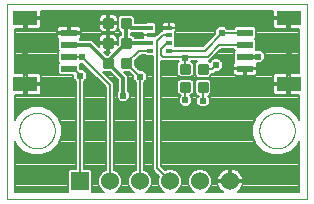
<source format=gtl>
G75*
%MOIN*%
%OFA0B0*%
%FSLAX25Y25*%
%IPPOS*%
%LPD*%
%AMOC8*
5,1,8,0,0,1.08239X$1,22.5*
%
%ADD10C,0.00000*%
%ADD11C,0.00875*%
%ADD12R,0.06000X0.06000*%
%ADD13C,0.06000*%
%ADD14R,0.05315X0.02362*%
%ADD15R,0.07874X0.04724*%
%ADD16R,0.01969X0.01378*%
%ADD17C,0.00700*%
%ADD18C,0.01200*%
%ADD19C,0.02400*%
%ADD20C,0.00800*%
D10*
X0001350Y0002094D02*
X0001350Y0067055D01*
X0101035Y0067055D01*
X0101035Y0002094D01*
X0001350Y0002094D01*
X0005287Y0024929D02*
X0005289Y0025082D01*
X0005295Y0025236D01*
X0005305Y0025389D01*
X0005319Y0025541D01*
X0005337Y0025694D01*
X0005359Y0025845D01*
X0005384Y0025996D01*
X0005414Y0026147D01*
X0005448Y0026297D01*
X0005485Y0026445D01*
X0005526Y0026593D01*
X0005571Y0026739D01*
X0005620Y0026885D01*
X0005673Y0027029D01*
X0005729Y0027171D01*
X0005789Y0027312D01*
X0005853Y0027452D01*
X0005920Y0027590D01*
X0005991Y0027726D01*
X0006066Y0027860D01*
X0006143Y0027992D01*
X0006225Y0028122D01*
X0006309Y0028250D01*
X0006397Y0028376D01*
X0006488Y0028499D01*
X0006582Y0028620D01*
X0006680Y0028738D01*
X0006780Y0028854D01*
X0006884Y0028967D01*
X0006990Y0029078D01*
X0007099Y0029186D01*
X0007211Y0029291D01*
X0007325Y0029392D01*
X0007443Y0029491D01*
X0007562Y0029587D01*
X0007684Y0029680D01*
X0007809Y0029769D01*
X0007936Y0029856D01*
X0008065Y0029938D01*
X0008196Y0030018D01*
X0008329Y0030094D01*
X0008464Y0030167D01*
X0008601Y0030236D01*
X0008740Y0030301D01*
X0008880Y0030363D01*
X0009022Y0030421D01*
X0009165Y0030476D01*
X0009310Y0030527D01*
X0009456Y0030574D01*
X0009603Y0030617D01*
X0009751Y0030656D01*
X0009900Y0030692D01*
X0010050Y0030723D01*
X0010201Y0030751D01*
X0010352Y0030775D01*
X0010505Y0030795D01*
X0010657Y0030811D01*
X0010810Y0030823D01*
X0010963Y0030831D01*
X0011116Y0030835D01*
X0011270Y0030835D01*
X0011423Y0030831D01*
X0011576Y0030823D01*
X0011729Y0030811D01*
X0011881Y0030795D01*
X0012034Y0030775D01*
X0012185Y0030751D01*
X0012336Y0030723D01*
X0012486Y0030692D01*
X0012635Y0030656D01*
X0012783Y0030617D01*
X0012930Y0030574D01*
X0013076Y0030527D01*
X0013221Y0030476D01*
X0013364Y0030421D01*
X0013506Y0030363D01*
X0013646Y0030301D01*
X0013785Y0030236D01*
X0013922Y0030167D01*
X0014057Y0030094D01*
X0014190Y0030018D01*
X0014321Y0029938D01*
X0014450Y0029856D01*
X0014577Y0029769D01*
X0014702Y0029680D01*
X0014824Y0029587D01*
X0014943Y0029491D01*
X0015061Y0029392D01*
X0015175Y0029291D01*
X0015287Y0029186D01*
X0015396Y0029078D01*
X0015502Y0028967D01*
X0015606Y0028854D01*
X0015706Y0028738D01*
X0015804Y0028620D01*
X0015898Y0028499D01*
X0015989Y0028376D01*
X0016077Y0028250D01*
X0016161Y0028122D01*
X0016243Y0027992D01*
X0016320Y0027860D01*
X0016395Y0027726D01*
X0016466Y0027590D01*
X0016533Y0027452D01*
X0016597Y0027312D01*
X0016657Y0027171D01*
X0016713Y0027029D01*
X0016766Y0026885D01*
X0016815Y0026739D01*
X0016860Y0026593D01*
X0016901Y0026445D01*
X0016938Y0026297D01*
X0016972Y0026147D01*
X0017002Y0025996D01*
X0017027Y0025845D01*
X0017049Y0025694D01*
X0017067Y0025541D01*
X0017081Y0025389D01*
X0017091Y0025236D01*
X0017097Y0025082D01*
X0017099Y0024929D01*
X0017097Y0024776D01*
X0017091Y0024622D01*
X0017081Y0024469D01*
X0017067Y0024317D01*
X0017049Y0024164D01*
X0017027Y0024013D01*
X0017002Y0023862D01*
X0016972Y0023711D01*
X0016938Y0023561D01*
X0016901Y0023413D01*
X0016860Y0023265D01*
X0016815Y0023119D01*
X0016766Y0022973D01*
X0016713Y0022829D01*
X0016657Y0022687D01*
X0016597Y0022546D01*
X0016533Y0022406D01*
X0016466Y0022268D01*
X0016395Y0022132D01*
X0016320Y0021998D01*
X0016243Y0021866D01*
X0016161Y0021736D01*
X0016077Y0021608D01*
X0015989Y0021482D01*
X0015898Y0021359D01*
X0015804Y0021238D01*
X0015706Y0021120D01*
X0015606Y0021004D01*
X0015502Y0020891D01*
X0015396Y0020780D01*
X0015287Y0020672D01*
X0015175Y0020567D01*
X0015061Y0020466D01*
X0014943Y0020367D01*
X0014824Y0020271D01*
X0014702Y0020178D01*
X0014577Y0020089D01*
X0014450Y0020002D01*
X0014321Y0019920D01*
X0014190Y0019840D01*
X0014057Y0019764D01*
X0013922Y0019691D01*
X0013785Y0019622D01*
X0013646Y0019557D01*
X0013506Y0019495D01*
X0013364Y0019437D01*
X0013221Y0019382D01*
X0013076Y0019331D01*
X0012930Y0019284D01*
X0012783Y0019241D01*
X0012635Y0019202D01*
X0012486Y0019166D01*
X0012336Y0019135D01*
X0012185Y0019107D01*
X0012034Y0019083D01*
X0011881Y0019063D01*
X0011729Y0019047D01*
X0011576Y0019035D01*
X0011423Y0019027D01*
X0011270Y0019023D01*
X0011116Y0019023D01*
X0010963Y0019027D01*
X0010810Y0019035D01*
X0010657Y0019047D01*
X0010505Y0019063D01*
X0010352Y0019083D01*
X0010201Y0019107D01*
X0010050Y0019135D01*
X0009900Y0019166D01*
X0009751Y0019202D01*
X0009603Y0019241D01*
X0009456Y0019284D01*
X0009310Y0019331D01*
X0009165Y0019382D01*
X0009022Y0019437D01*
X0008880Y0019495D01*
X0008740Y0019557D01*
X0008601Y0019622D01*
X0008464Y0019691D01*
X0008329Y0019764D01*
X0008196Y0019840D01*
X0008065Y0019920D01*
X0007936Y0020002D01*
X0007809Y0020089D01*
X0007684Y0020178D01*
X0007562Y0020271D01*
X0007443Y0020367D01*
X0007325Y0020466D01*
X0007211Y0020567D01*
X0007099Y0020672D01*
X0006990Y0020780D01*
X0006884Y0020891D01*
X0006780Y0021004D01*
X0006680Y0021120D01*
X0006582Y0021238D01*
X0006488Y0021359D01*
X0006397Y0021482D01*
X0006309Y0021608D01*
X0006225Y0021736D01*
X0006143Y0021866D01*
X0006066Y0021998D01*
X0005991Y0022132D01*
X0005920Y0022268D01*
X0005853Y0022406D01*
X0005789Y0022546D01*
X0005729Y0022687D01*
X0005673Y0022829D01*
X0005620Y0022973D01*
X0005571Y0023119D01*
X0005526Y0023265D01*
X0005485Y0023413D01*
X0005448Y0023561D01*
X0005414Y0023711D01*
X0005384Y0023862D01*
X0005359Y0024013D01*
X0005337Y0024164D01*
X0005319Y0024317D01*
X0005305Y0024469D01*
X0005295Y0024622D01*
X0005289Y0024776D01*
X0005287Y0024929D01*
X0085287Y0024929D02*
X0085289Y0025082D01*
X0085295Y0025236D01*
X0085305Y0025389D01*
X0085319Y0025541D01*
X0085337Y0025694D01*
X0085359Y0025845D01*
X0085384Y0025996D01*
X0085414Y0026147D01*
X0085448Y0026297D01*
X0085485Y0026445D01*
X0085526Y0026593D01*
X0085571Y0026739D01*
X0085620Y0026885D01*
X0085673Y0027029D01*
X0085729Y0027171D01*
X0085789Y0027312D01*
X0085853Y0027452D01*
X0085920Y0027590D01*
X0085991Y0027726D01*
X0086066Y0027860D01*
X0086143Y0027992D01*
X0086225Y0028122D01*
X0086309Y0028250D01*
X0086397Y0028376D01*
X0086488Y0028499D01*
X0086582Y0028620D01*
X0086680Y0028738D01*
X0086780Y0028854D01*
X0086884Y0028967D01*
X0086990Y0029078D01*
X0087099Y0029186D01*
X0087211Y0029291D01*
X0087325Y0029392D01*
X0087443Y0029491D01*
X0087562Y0029587D01*
X0087684Y0029680D01*
X0087809Y0029769D01*
X0087936Y0029856D01*
X0088065Y0029938D01*
X0088196Y0030018D01*
X0088329Y0030094D01*
X0088464Y0030167D01*
X0088601Y0030236D01*
X0088740Y0030301D01*
X0088880Y0030363D01*
X0089022Y0030421D01*
X0089165Y0030476D01*
X0089310Y0030527D01*
X0089456Y0030574D01*
X0089603Y0030617D01*
X0089751Y0030656D01*
X0089900Y0030692D01*
X0090050Y0030723D01*
X0090201Y0030751D01*
X0090352Y0030775D01*
X0090505Y0030795D01*
X0090657Y0030811D01*
X0090810Y0030823D01*
X0090963Y0030831D01*
X0091116Y0030835D01*
X0091270Y0030835D01*
X0091423Y0030831D01*
X0091576Y0030823D01*
X0091729Y0030811D01*
X0091881Y0030795D01*
X0092034Y0030775D01*
X0092185Y0030751D01*
X0092336Y0030723D01*
X0092486Y0030692D01*
X0092635Y0030656D01*
X0092783Y0030617D01*
X0092930Y0030574D01*
X0093076Y0030527D01*
X0093221Y0030476D01*
X0093364Y0030421D01*
X0093506Y0030363D01*
X0093646Y0030301D01*
X0093785Y0030236D01*
X0093922Y0030167D01*
X0094057Y0030094D01*
X0094190Y0030018D01*
X0094321Y0029938D01*
X0094450Y0029856D01*
X0094577Y0029769D01*
X0094702Y0029680D01*
X0094824Y0029587D01*
X0094943Y0029491D01*
X0095061Y0029392D01*
X0095175Y0029291D01*
X0095287Y0029186D01*
X0095396Y0029078D01*
X0095502Y0028967D01*
X0095606Y0028854D01*
X0095706Y0028738D01*
X0095804Y0028620D01*
X0095898Y0028499D01*
X0095989Y0028376D01*
X0096077Y0028250D01*
X0096161Y0028122D01*
X0096243Y0027992D01*
X0096320Y0027860D01*
X0096395Y0027726D01*
X0096466Y0027590D01*
X0096533Y0027452D01*
X0096597Y0027312D01*
X0096657Y0027171D01*
X0096713Y0027029D01*
X0096766Y0026885D01*
X0096815Y0026739D01*
X0096860Y0026593D01*
X0096901Y0026445D01*
X0096938Y0026297D01*
X0096972Y0026147D01*
X0097002Y0025996D01*
X0097027Y0025845D01*
X0097049Y0025694D01*
X0097067Y0025541D01*
X0097081Y0025389D01*
X0097091Y0025236D01*
X0097097Y0025082D01*
X0097099Y0024929D01*
X0097097Y0024776D01*
X0097091Y0024622D01*
X0097081Y0024469D01*
X0097067Y0024317D01*
X0097049Y0024164D01*
X0097027Y0024013D01*
X0097002Y0023862D01*
X0096972Y0023711D01*
X0096938Y0023561D01*
X0096901Y0023413D01*
X0096860Y0023265D01*
X0096815Y0023119D01*
X0096766Y0022973D01*
X0096713Y0022829D01*
X0096657Y0022687D01*
X0096597Y0022546D01*
X0096533Y0022406D01*
X0096466Y0022268D01*
X0096395Y0022132D01*
X0096320Y0021998D01*
X0096243Y0021866D01*
X0096161Y0021736D01*
X0096077Y0021608D01*
X0095989Y0021482D01*
X0095898Y0021359D01*
X0095804Y0021238D01*
X0095706Y0021120D01*
X0095606Y0021004D01*
X0095502Y0020891D01*
X0095396Y0020780D01*
X0095287Y0020672D01*
X0095175Y0020567D01*
X0095061Y0020466D01*
X0094943Y0020367D01*
X0094824Y0020271D01*
X0094702Y0020178D01*
X0094577Y0020089D01*
X0094450Y0020002D01*
X0094321Y0019920D01*
X0094190Y0019840D01*
X0094057Y0019764D01*
X0093922Y0019691D01*
X0093785Y0019622D01*
X0093646Y0019557D01*
X0093506Y0019495D01*
X0093364Y0019437D01*
X0093221Y0019382D01*
X0093076Y0019331D01*
X0092930Y0019284D01*
X0092783Y0019241D01*
X0092635Y0019202D01*
X0092486Y0019166D01*
X0092336Y0019135D01*
X0092185Y0019107D01*
X0092034Y0019083D01*
X0091881Y0019063D01*
X0091729Y0019047D01*
X0091576Y0019035D01*
X0091423Y0019027D01*
X0091270Y0019023D01*
X0091116Y0019023D01*
X0090963Y0019027D01*
X0090810Y0019035D01*
X0090657Y0019047D01*
X0090505Y0019063D01*
X0090352Y0019083D01*
X0090201Y0019107D01*
X0090050Y0019135D01*
X0089900Y0019166D01*
X0089751Y0019202D01*
X0089603Y0019241D01*
X0089456Y0019284D01*
X0089310Y0019331D01*
X0089165Y0019382D01*
X0089022Y0019437D01*
X0088880Y0019495D01*
X0088740Y0019557D01*
X0088601Y0019622D01*
X0088464Y0019691D01*
X0088329Y0019764D01*
X0088196Y0019840D01*
X0088065Y0019920D01*
X0087936Y0020002D01*
X0087809Y0020089D01*
X0087684Y0020178D01*
X0087562Y0020271D01*
X0087443Y0020367D01*
X0087325Y0020466D01*
X0087211Y0020567D01*
X0087099Y0020672D01*
X0086990Y0020780D01*
X0086884Y0020891D01*
X0086780Y0021004D01*
X0086680Y0021120D01*
X0086582Y0021238D01*
X0086488Y0021359D01*
X0086397Y0021482D01*
X0086309Y0021608D01*
X0086225Y0021736D01*
X0086143Y0021866D01*
X0086066Y0021998D01*
X0085991Y0022132D01*
X0085920Y0022268D01*
X0085853Y0022406D01*
X0085789Y0022546D01*
X0085729Y0022687D01*
X0085673Y0022829D01*
X0085620Y0022973D01*
X0085571Y0023119D01*
X0085526Y0023265D01*
X0085485Y0023413D01*
X0085448Y0023561D01*
X0085414Y0023711D01*
X0085384Y0023862D01*
X0085359Y0024013D01*
X0085337Y0024164D01*
X0085319Y0024317D01*
X0085305Y0024469D01*
X0085295Y0024622D01*
X0085289Y0024776D01*
X0085287Y0024929D01*
D11*
X0065237Y0038081D02*
X0065237Y0040707D01*
X0067863Y0040707D01*
X0067863Y0038081D01*
X0065237Y0038081D01*
X0065237Y0038912D02*
X0067863Y0038912D01*
X0067863Y0039743D02*
X0065237Y0039743D01*
X0065237Y0040574D02*
X0067863Y0040574D01*
X0065237Y0044081D02*
X0065237Y0046707D01*
X0067863Y0046707D01*
X0067863Y0044081D01*
X0065237Y0044081D01*
X0065237Y0044912D02*
X0067863Y0044912D01*
X0067863Y0045743D02*
X0065237Y0045743D01*
X0065237Y0046574D02*
X0067863Y0046574D01*
X0059321Y0046752D02*
X0059321Y0044126D01*
X0059321Y0046752D02*
X0061947Y0046752D01*
X0061947Y0044126D01*
X0059321Y0044126D01*
X0059321Y0044957D02*
X0061947Y0044957D01*
X0061947Y0045788D02*
X0059321Y0045788D01*
X0059321Y0046619D02*
X0061947Y0046619D01*
X0059321Y0040752D02*
X0059321Y0038126D01*
X0059321Y0040752D02*
X0061947Y0040752D01*
X0061947Y0038126D01*
X0059321Y0038126D01*
X0059321Y0038957D02*
X0061947Y0038957D01*
X0061947Y0039788D02*
X0059321Y0039788D01*
X0059321Y0040619D02*
X0061947Y0040619D01*
X0042263Y0048707D02*
X0039637Y0048707D01*
X0042263Y0048707D02*
X0042263Y0046081D01*
X0039637Y0046081D01*
X0039637Y0048707D01*
X0039637Y0046912D02*
X0042263Y0046912D01*
X0042263Y0047743D02*
X0039637Y0047743D01*
X0039637Y0048574D02*
X0042263Y0048574D01*
X0042240Y0052848D02*
X0039614Y0052848D01*
X0039614Y0055474D01*
X0042240Y0055474D01*
X0042240Y0052848D01*
X0042240Y0053679D02*
X0039614Y0053679D01*
X0039614Y0054510D02*
X0042240Y0054510D01*
X0042240Y0055341D02*
X0039614Y0055341D01*
X0036240Y0052848D02*
X0033614Y0052848D01*
X0033614Y0055474D01*
X0036240Y0055474D01*
X0036240Y0052848D01*
X0036240Y0053679D02*
X0033614Y0053679D01*
X0033614Y0054510D02*
X0036240Y0054510D01*
X0036240Y0055341D02*
X0033614Y0055341D01*
X0033635Y0059447D02*
X0036261Y0059447D01*
X0033635Y0059447D02*
X0033635Y0062073D01*
X0036261Y0062073D01*
X0036261Y0059447D01*
X0036261Y0060278D02*
X0033635Y0060278D01*
X0033635Y0061109D02*
X0036261Y0061109D01*
X0036261Y0061940D02*
X0033635Y0061940D01*
X0039635Y0059447D02*
X0042261Y0059447D01*
X0039635Y0059447D02*
X0039635Y0062073D01*
X0042261Y0062073D01*
X0042261Y0059447D01*
X0042261Y0060278D02*
X0039635Y0060278D01*
X0039635Y0061109D02*
X0042261Y0061109D01*
X0042261Y0061940D02*
X0039635Y0061940D01*
X0036263Y0048707D02*
X0033637Y0048707D01*
X0036263Y0048707D02*
X0036263Y0046081D01*
X0033637Y0046081D01*
X0033637Y0048707D01*
X0033637Y0046912D02*
X0036263Y0046912D01*
X0036263Y0047743D02*
X0033637Y0047743D01*
X0033637Y0048574D02*
X0036263Y0048574D01*
D12*
X0025563Y0008000D03*
D13*
X0035563Y0008000D03*
X0045563Y0008000D03*
X0055563Y0008000D03*
X0065563Y0008000D03*
X0075563Y0008000D03*
D14*
X0080563Y0045598D03*
X0080563Y0049535D03*
X0080563Y0053472D03*
X0080563Y0057409D03*
X0021822Y0057409D03*
X0021822Y0053472D03*
X0021822Y0049535D03*
X0021822Y0045598D03*
D15*
X0007354Y0040480D03*
X0007354Y0062528D03*
X0095031Y0062528D03*
X0095031Y0040480D03*
D16*
X0055173Y0051575D03*
X0055173Y0054134D03*
X0055173Y0056693D03*
X0055173Y0059252D03*
X0048874Y0059252D03*
X0048874Y0056693D03*
X0048874Y0054134D03*
X0048874Y0051575D03*
D17*
X0047165Y0050125D02*
X0047454Y0049836D01*
X0049700Y0049836D01*
X0049700Y0011812D01*
X0050549Y0010963D01*
X0051862Y0009650D01*
X0051513Y0008806D01*
X0051513Y0007194D01*
X0052129Y0005706D01*
X0053268Y0004567D01*
X0053563Y0004444D01*
X0047562Y0004444D01*
X0047857Y0004567D01*
X0048996Y0005706D01*
X0049613Y0007194D01*
X0049613Y0008806D01*
X0048996Y0010294D01*
X0047857Y0011433D01*
X0047013Y0011783D01*
X0047013Y0041050D01*
X0047813Y0041850D01*
X0047813Y0043714D01*
X0046495Y0045032D01*
X0045363Y0045032D01*
X0043750Y0046645D01*
X0043750Y0048144D01*
X0045731Y0050125D01*
X0047165Y0050125D01*
X0045199Y0049593D02*
X0049700Y0049593D01*
X0049700Y0048895D02*
X0044501Y0048895D01*
X0043802Y0048196D02*
X0049700Y0048196D01*
X0049700Y0047498D02*
X0043750Y0047498D01*
X0043750Y0046799D02*
X0049700Y0046799D01*
X0049700Y0046101D02*
X0044294Y0046101D01*
X0044993Y0045402D02*
X0049700Y0045402D01*
X0049700Y0044704D02*
X0046823Y0044704D01*
X0047521Y0044005D02*
X0049700Y0044005D01*
X0049700Y0043307D02*
X0047813Y0043307D01*
X0047813Y0042608D02*
X0049700Y0042608D01*
X0049700Y0041910D02*
X0047813Y0041910D01*
X0047174Y0041211D02*
X0049700Y0041211D01*
X0049700Y0040513D02*
X0047013Y0040513D01*
X0047013Y0039814D02*
X0049700Y0039814D01*
X0049700Y0039116D02*
X0047013Y0039116D01*
X0047013Y0038417D02*
X0049700Y0038417D01*
X0049700Y0037719D02*
X0047013Y0037719D01*
X0047013Y0037020D02*
X0049700Y0037020D01*
X0049700Y0036322D02*
X0047013Y0036322D01*
X0047013Y0035623D02*
X0049700Y0035623D01*
X0049700Y0034925D02*
X0047013Y0034925D01*
X0047013Y0034226D02*
X0049700Y0034226D01*
X0049700Y0033527D02*
X0047013Y0033527D01*
X0047013Y0032829D02*
X0049700Y0032829D01*
X0049700Y0032130D02*
X0047013Y0032130D01*
X0047013Y0031432D02*
X0049700Y0031432D01*
X0049700Y0030733D02*
X0047013Y0030733D01*
X0047013Y0030035D02*
X0049700Y0030035D01*
X0049700Y0029336D02*
X0047013Y0029336D01*
X0047013Y0028638D02*
X0049700Y0028638D01*
X0049700Y0027939D02*
X0047013Y0027939D01*
X0047013Y0027241D02*
X0049700Y0027241D01*
X0049700Y0026542D02*
X0047013Y0026542D01*
X0047013Y0025844D02*
X0049700Y0025844D01*
X0049700Y0025145D02*
X0047013Y0025145D01*
X0047013Y0024447D02*
X0049700Y0024447D01*
X0049700Y0023748D02*
X0047013Y0023748D01*
X0047013Y0023050D02*
X0049700Y0023050D01*
X0049700Y0022351D02*
X0047013Y0022351D01*
X0047013Y0021653D02*
X0049700Y0021653D01*
X0049700Y0020954D02*
X0047013Y0020954D01*
X0047013Y0020256D02*
X0049700Y0020256D01*
X0049700Y0019557D02*
X0047013Y0019557D01*
X0047013Y0018859D02*
X0049700Y0018859D01*
X0049700Y0018160D02*
X0047013Y0018160D01*
X0047013Y0017462D02*
X0049700Y0017462D01*
X0049700Y0016763D02*
X0047013Y0016763D01*
X0047013Y0016065D02*
X0049700Y0016065D01*
X0049700Y0015366D02*
X0047013Y0015366D01*
X0047013Y0014668D02*
X0049700Y0014668D01*
X0049700Y0013969D02*
X0047013Y0013969D01*
X0047013Y0013271D02*
X0049700Y0013271D01*
X0049700Y0012572D02*
X0047013Y0012572D01*
X0047013Y0011874D02*
X0049700Y0011874D01*
X0050337Y0011175D02*
X0048115Y0011175D01*
X0048814Y0010477D02*
X0051035Y0010477D01*
X0051734Y0009778D02*
X0049210Y0009778D01*
X0049499Y0009080D02*
X0051626Y0009080D01*
X0051513Y0008381D02*
X0049613Y0008381D01*
X0049613Y0007683D02*
X0051513Y0007683D01*
X0051600Y0006984D02*
X0049525Y0006984D01*
X0049236Y0006286D02*
X0051889Y0006286D01*
X0052248Y0005587D02*
X0048877Y0005587D01*
X0048179Y0004889D02*
X0052946Y0004889D01*
X0057562Y0004444D02*
X0057857Y0004567D01*
X0058996Y0005706D01*
X0059613Y0007194D01*
X0059613Y0008806D01*
X0058996Y0010294D01*
X0057857Y0011433D01*
X0056368Y0012050D01*
X0054757Y0012050D01*
X0053913Y0011700D01*
X0052600Y0013013D01*
X0052600Y0048194D01*
X0052649Y0048144D01*
X0058398Y0048144D01*
X0058505Y0048038D01*
X0057834Y0047367D01*
X0057834Y0043510D01*
X0058706Y0042639D01*
X0062563Y0042639D01*
X0063434Y0043510D01*
X0063434Y0047367D01*
X0062657Y0048144D01*
X0064571Y0048144D01*
X0063750Y0047323D01*
X0063750Y0043466D01*
X0064621Y0042594D01*
X0068479Y0042594D01*
X0069350Y0043466D01*
X0069350Y0043944D01*
X0070051Y0043944D01*
X0070651Y0044544D01*
X0071782Y0044544D01*
X0073100Y0045862D01*
X0073100Y0047726D01*
X0071782Y0049044D01*
X0069918Y0049044D01*
X0068773Y0047900D01*
X0068529Y0048144D01*
X0068651Y0048144D01*
X0069500Y0048994D01*
X0072529Y0052022D01*
X0076855Y0052022D01*
X0076855Y0051856D01*
X0077208Y0051504D01*
X0076855Y0051151D01*
X0076855Y0047919D01*
X0076995Y0047779D01*
X0076825Y0047608D01*
X0076647Y0047301D01*
X0076555Y0046957D01*
X0076555Y0045839D01*
X0080322Y0045839D01*
X0080322Y0045358D01*
X0076555Y0045358D01*
X0076555Y0044240D01*
X0076647Y0043896D01*
X0076825Y0043588D01*
X0077076Y0043337D01*
X0077384Y0043159D01*
X0077727Y0043067D01*
X0080322Y0043067D01*
X0080322Y0045358D01*
X0080803Y0045358D01*
X0080803Y0043067D01*
X0083398Y0043067D01*
X0083741Y0043159D01*
X0084049Y0043337D01*
X0084300Y0043588D01*
X0084478Y0043896D01*
X0084570Y0044240D01*
X0084570Y0045358D01*
X0080803Y0045358D01*
X0080803Y0045839D01*
X0084570Y0045839D01*
X0084570Y0046957D01*
X0084478Y0047301D01*
X0084453Y0047344D01*
X0085882Y0047344D01*
X0087200Y0048662D01*
X0087200Y0050526D01*
X0085882Y0051844D01*
X0084258Y0051844D01*
X0084270Y0051856D01*
X0084270Y0055088D01*
X0083918Y0055441D01*
X0084270Y0055793D01*
X0084270Y0059025D01*
X0083655Y0059641D01*
X0077470Y0059641D01*
X0076855Y0059025D01*
X0076855Y0058859D01*
X0074597Y0058859D01*
X0073797Y0059659D01*
X0071933Y0059659D01*
X0070615Y0058341D01*
X0070615Y0057210D01*
X0066430Y0053025D01*
X0057207Y0053025D01*
X0057207Y0055258D01*
X0057051Y0055413D01*
X0057207Y0055569D01*
X0057207Y0057704D01*
X0057237Y0057734D01*
X0057415Y0058042D01*
X0057507Y0058385D01*
X0057507Y0059252D01*
X0057507Y0060119D01*
X0057415Y0060462D01*
X0057237Y0060770D01*
X0056986Y0061021D01*
X0056678Y0061199D01*
X0056335Y0061291D01*
X0055173Y0061291D01*
X0055173Y0059252D01*
X0057507Y0059252D01*
X0055173Y0059252D01*
X0055173Y0059252D01*
X0055173Y0059252D01*
X0055173Y0061291D01*
X0054011Y0061291D01*
X0053667Y0061199D01*
X0053360Y0061021D01*
X0053108Y0060770D01*
X0052931Y0060462D01*
X0052839Y0060119D01*
X0052839Y0059252D01*
X0055173Y0059252D01*
X0055173Y0059252D01*
X0052839Y0059252D01*
X0052839Y0058385D01*
X0052904Y0058143D01*
X0052448Y0058143D01*
X0051208Y0056903D01*
X0051208Y0057560D01*
X0051116Y0057903D01*
X0050938Y0058211D01*
X0050908Y0058241D01*
X0050908Y0060376D01*
X0050293Y0060991D01*
X0047454Y0060991D01*
X0047365Y0060902D01*
X0043748Y0060902D01*
X0043748Y0062688D01*
X0042877Y0063560D01*
X0039020Y0063560D01*
X0038148Y0062688D01*
X0038148Y0058831D01*
X0039020Y0057960D01*
X0039277Y0057960D01*
X0039277Y0056961D01*
X0038999Y0056961D01*
X0038127Y0056089D01*
X0038127Y0053694D01*
X0038027Y0053594D01*
X0038027Y0053811D01*
X0035277Y0053811D01*
X0035277Y0054511D01*
X0034577Y0054511D01*
X0034577Y0057261D01*
X0033379Y0057261D01*
X0032925Y0057139D01*
X0032517Y0056903D01*
X0032184Y0056571D01*
X0031949Y0056163D01*
X0031827Y0055708D01*
X0031827Y0054511D01*
X0034577Y0054511D01*
X0034577Y0053811D01*
X0031827Y0053811D01*
X0031827Y0052851D01*
X0029555Y0055122D01*
X0025496Y0055122D01*
X0025390Y0055229D01*
X0025560Y0055399D01*
X0025738Y0055707D01*
X0025830Y0056051D01*
X0025830Y0057169D01*
X0022063Y0057169D01*
X0022063Y0057650D01*
X0025830Y0057650D01*
X0025830Y0058768D01*
X0025738Y0059112D01*
X0025560Y0059419D01*
X0025309Y0059671D01*
X0025001Y0059849D01*
X0024658Y0059941D01*
X0022063Y0059941D01*
X0022063Y0057650D01*
X0021582Y0057650D01*
X0021582Y0059941D01*
X0018987Y0059941D01*
X0018644Y0059849D01*
X0018336Y0059671D01*
X0018085Y0059419D01*
X0017907Y0059112D01*
X0017815Y0058768D01*
X0017815Y0057650D01*
X0021582Y0057650D01*
X0021582Y0057169D01*
X0017815Y0057169D01*
X0017815Y0056051D01*
X0017907Y0055707D01*
X0018085Y0055399D01*
X0018255Y0055229D01*
X0018115Y0055088D01*
X0018115Y0051856D01*
X0018467Y0051504D01*
X0018115Y0051151D01*
X0018115Y0047919D01*
X0018467Y0047567D01*
X0018115Y0047214D01*
X0018115Y0043982D01*
X0018730Y0043367D01*
X0023200Y0043367D01*
X0023200Y0042263D01*
X0024113Y0041350D01*
X0024113Y0012050D01*
X0022128Y0012050D01*
X0021513Y0011435D01*
X0021513Y0004565D01*
X0021633Y0004444D01*
X0003700Y0004444D01*
X0003700Y0021445D01*
X0004194Y0020253D01*
X0006516Y0017930D01*
X0009550Y0016674D01*
X0012835Y0016674D01*
X0015869Y0017930D01*
X0018191Y0020253D01*
X0019448Y0023287D01*
X0019448Y0026571D01*
X0018191Y0029605D01*
X0015869Y0031928D01*
X0012835Y0033185D01*
X0009550Y0033185D01*
X0006516Y0031928D01*
X0004194Y0029605D01*
X0003700Y0028413D01*
X0003700Y0036768D01*
X0007004Y0036768D01*
X0007004Y0040130D01*
X0007704Y0040130D01*
X0007704Y0036768D01*
X0011469Y0036768D01*
X0011812Y0036860D01*
X0012120Y0037038D01*
X0012371Y0037289D01*
X0012549Y0037597D01*
X0012641Y0037940D01*
X0012641Y0040130D01*
X0007704Y0040130D01*
X0007704Y0040830D01*
X0012641Y0040830D01*
X0012641Y0043020D01*
X0012549Y0043364D01*
X0012371Y0043671D01*
X0012120Y0043923D01*
X0011812Y0044101D01*
X0011469Y0044193D01*
X0007704Y0044193D01*
X0007704Y0040830D01*
X0007004Y0040830D01*
X0007004Y0044193D01*
X0003700Y0044193D01*
X0003700Y0058815D01*
X0007004Y0058815D01*
X0007004Y0062178D01*
X0007704Y0062178D01*
X0007704Y0062878D01*
X0012641Y0062878D01*
X0012641Y0064705D01*
X0089744Y0064705D01*
X0089744Y0062878D01*
X0094681Y0062878D01*
X0094681Y0062178D01*
X0089744Y0062178D01*
X0089744Y0059988D01*
X0089836Y0059644D01*
X0090014Y0059336D01*
X0090265Y0059085D01*
X0090573Y0058907D01*
X0090916Y0058815D01*
X0094681Y0058815D01*
X0094681Y0062178D01*
X0095381Y0062178D01*
X0095381Y0058815D01*
X0098685Y0058815D01*
X0098685Y0044193D01*
X0095381Y0044193D01*
X0095381Y0040830D01*
X0094681Y0040830D01*
X0094681Y0040130D01*
X0095381Y0040130D01*
X0095381Y0036768D01*
X0098685Y0036768D01*
X0098685Y0028413D01*
X0098191Y0029605D01*
X0095869Y0031928D01*
X0092835Y0033185D01*
X0089550Y0033185D01*
X0086516Y0031928D01*
X0084194Y0029605D01*
X0082937Y0026571D01*
X0082937Y0023287D01*
X0084194Y0020253D01*
X0086516Y0017930D01*
X0089550Y0016674D01*
X0092835Y0016674D01*
X0095869Y0017930D01*
X0098191Y0020253D01*
X0098685Y0021445D01*
X0098685Y0004444D01*
X0078069Y0004444D01*
X0078396Y0004682D01*
X0078881Y0005166D01*
X0079283Y0005720D01*
X0079594Y0006330D01*
X0079805Y0006981D01*
X0079911Y0007650D01*
X0075913Y0007650D01*
X0075913Y0008350D01*
X0079911Y0008350D01*
X0079805Y0009019D01*
X0079594Y0009670D01*
X0079283Y0010280D01*
X0078881Y0010834D01*
X0078396Y0011318D01*
X0077842Y0011720D01*
X0077232Y0012031D01*
X0076581Y0012243D01*
X0075913Y0012349D01*
X0075913Y0008350D01*
X0075213Y0008350D01*
X0075213Y0012349D01*
X0074544Y0012243D01*
X0073893Y0012031D01*
X0073283Y0011720D01*
X0072729Y0011318D01*
X0072245Y0010834D01*
X0071842Y0010280D01*
X0071531Y0009670D01*
X0071320Y0009019D01*
X0071214Y0008350D01*
X0075213Y0008350D01*
X0075213Y0007650D01*
X0071214Y0007650D01*
X0071320Y0006981D01*
X0071531Y0006330D01*
X0071842Y0005720D01*
X0072245Y0005166D01*
X0072729Y0004682D01*
X0073056Y0004444D01*
X0067562Y0004444D01*
X0067857Y0004567D01*
X0068996Y0005706D01*
X0069613Y0007194D01*
X0069613Y0008806D01*
X0068996Y0010294D01*
X0067857Y0011433D01*
X0066368Y0012050D01*
X0064757Y0012050D01*
X0063268Y0011433D01*
X0062129Y0010294D01*
X0061513Y0008806D01*
X0061513Y0007194D01*
X0062129Y0005706D01*
X0063268Y0004567D01*
X0063563Y0004444D01*
X0057562Y0004444D01*
X0058179Y0004889D02*
X0062946Y0004889D01*
X0062248Y0005587D02*
X0058877Y0005587D01*
X0059236Y0006286D02*
X0061889Y0006286D01*
X0061600Y0006984D02*
X0059525Y0006984D01*
X0059613Y0007683D02*
X0061513Y0007683D01*
X0061513Y0008381D02*
X0059613Y0008381D01*
X0059499Y0009080D02*
X0061626Y0009080D01*
X0061915Y0009778D02*
X0059210Y0009778D01*
X0058814Y0010477D02*
X0062312Y0010477D01*
X0063010Y0011175D02*
X0058115Y0011175D01*
X0056794Y0011874D02*
X0064331Y0011874D01*
X0066794Y0011874D02*
X0073583Y0011874D01*
X0072586Y0011175D02*
X0068115Y0011175D01*
X0068814Y0010477D02*
X0071985Y0010477D01*
X0071586Y0009778D02*
X0069210Y0009778D01*
X0069499Y0009080D02*
X0071340Y0009080D01*
X0071219Y0008381D02*
X0069613Y0008381D01*
X0069613Y0007683D02*
X0075213Y0007683D01*
X0075213Y0008381D02*
X0075913Y0008381D01*
X0075913Y0007683D02*
X0098685Y0007683D01*
X0098685Y0008381D02*
X0079906Y0008381D01*
X0079786Y0009080D02*
X0098685Y0009080D01*
X0098685Y0009778D02*
X0079539Y0009778D01*
X0079140Y0010477D02*
X0098685Y0010477D01*
X0098685Y0011175D02*
X0078539Y0011175D01*
X0077542Y0011874D02*
X0098685Y0011874D01*
X0098685Y0012572D02*
X0053041Y0012572D01*
X0052600Y0013271D02*
X0098685Y0013271D01*
X0098685Y0013969D02*
X0052600Y0013969D01*
X0052600Y0014668D02*
X0098685Y0014668D01*
X0098685Y0015366D02*
X0052600Y0015366D01*
X0052600Y0016065D02*
X0098685Y0016065D01*
X0098685Y0016763D02*
X0093051Y0016763D01*
X0094737Y0017462D02*
X0098685Y0017462D01*
X0098685Y0018160D02*
X0096099Y0018160D01*
X0096797Y0018859D02*
X0098685Y0018859D01*
X0098685Y0019557D02*
X0097496Y0019557D01*
X0098192Y0020256D02*
X0098685Y0020256D01*
X0098685Y0020954D02*
X0098482Y0020954D01*
X0089334Y0016763D02*
X0052600Y0016763D01*
X0052600Y0017462D02*
X0087648Y0017462D01*
X0086286Y0018160D02*
X0052600Y0018160D01*
X0052600Y0018859D02*
X0085588Y0018859D01*
X0084889Y0019557D02*
X0052600Y0019557D01*
X0052600Y0020256D02*
X0084193Y0020256D01*
X0083903Y0020954D02*
X0052600Y0020954D01*
X0052600Y0021653D02*
X0083614Y0021653D01*
X0083325Y0022351D02*
X0052600Y0022351D01*
X0052600Y0023050D02*
X0083035Y0023050D01*
X0082937Y0023748D02*
X0052600Y0023748D01*
X0052600Y0024447D02*
X0082937Y0024447D01*
X0082937Y0025145D02*
X0052600Y0025145D01*
X0052600Y0025844D02*
X0082937Y0025844D01*
X0082937Y0026542D02*
X0052600Y0026542D01*
X0052600Y0027241D02*
X0083214Y0027241D01*
X0083504Y0027939D02*
X0052600Y0027939D01*
X0052600Y0028638D02*
X0083793Y0028638D01*
X0084082Y0029336D02*
X0052600Y0029336D01*
X0052600Y0030035D02*
X0084623Y0030035D01*
X0085322Y0030733D02*
X0052600Y0030733D01*
X0052600Y0031432D02*
X0086020Y0031432D01*
X0087005Y0032130D02*
X0052600Y0032130D01*
X0052600Y0032829D02*
X0059634Y0032829D01*
X0059718Y0032744D02*
X0058400Y0034063D01*
X0058400Y0035926D01*
X0059112Y0036639D01*
X0058706Y0036639D01*
X0057834Y0037510D01*
X0057834Y0041367D01*
X0058706Y0042239D01*
X0062563Y0042239D01*
X0063434Y0041367D01*
X0063434Y0037510D01*
X0062563Y0036639D01*
X0062188Y0036639D01*
X0062900Y0035926D01*
X0062900Y0034063D01*
X0061582Y0032744D01*
X0059718Y0032744D01*
X0058935Y0033527D02*
X0052600Y0033527D01*
X0052600Y0034226D02*
X0058400Y0034226D01*
X0058400Y0034925D02*
X0052600Y0034925D01*
X0052600Y0035623D02*
X0058400Y0035623D01*
X0058795Y0036322D02*
X0052600Y0036322D01*
X0052600Y0037020D02*
X0058324Y0037020D01*
X0057834Y0037719D02*
X0052600Y0037719D01*
X0052600Y0038417D02*
X0057834Y0038417D01*
X0057834Y0039116D02*
X0052600Y0039116D01*
X0052600Y0039814D02*
X0057834Y0039814D01*
X0057834Y0040513D02*
X0052600Y0040513D01*
X0052600Y0041211D02*
X0057834Y0041211D01*
X0058377Y0041910D02*
X0052600Y0041910D01*
X0052600Y0042608D02*
X0064608Y0042608D01*
X0064621Y0042194D02*
X0063750Y0041323D01*
X0063750Y0037466D01*
X0064621Y0036594D01*
X0065068Y0036594D01*
X0064300Y0035826D01*
X0064300Y0033963D01*
X0065618Y0032644D01*
X0067482Y0032644D01*
X0068800Y0033963D01*
X0068800Y0035826D01*
X0068032Y0036594D01*
X0068479Y0036594D01*
X0069350Y0037466D01*
X0069350Y0041323D01*
X0068479Y0042194D01*
X0064621Y0042194D01*
X0064337Y0041910D02*
X0062892Y0041910D01*
X0063434Y0041211D02*
X0063750Y0041211D01*
X0063750Y0040513D02*
X0063434Y0040513D01*
X0063434Y0039814D02*
X0063750Y0039814D01*
X0063750Y0039116D02*
X0063434Y0039116D01*
X0063434Y0038417D02*
X0063750Y0038417D01*
X0063750Y0037719D02*
X0063434Y0037719D01*
X0062944Y0037020D02*
X0064196Y0037020D01*
X0064795Y0036322D02*
X0062505Y0036322D01*
X0062900Y0035623D02*
X0064300Y0035623D01*
X0064300Y0034925D02*
X0062900Y0034925D01*
X0062900Y0034226D02*
X0064300Y0034226D01*
X0064735Y0033527D02*
X0062365Y0033527D01*
X0061666Y0032829D02*
X0065434Y0032829D01*
X0067666Y0032829D02*
X0088692Y0032829D01*
X0090573Y0036860D02*
X0090916Y0036768D01*
X0094681Y0036768D01*
X0094681Y0040130D01*
X0089744Y0040130D01*
X0089744Y0037940D01*
X0089836Y0037597D01*
X0090014Y0037289D01*
X0090265Y0037038D01*
X0090573Y0036860D01*
X0090296Y0037020D02*
X0068904Y0037020D01*
X0069350Y0037719D02*
X0089804Y0037719D01*
X0089744Y0038417D02*
X0069350Y0038417D01*
X0069350Y0039116D02*
X0089744Y0039116D01*
X0089744Y0039814D02*
X0069350Y0039814D01*
X0069350Y0040513D02*
X0094681Y0040513D01*
X0094681Y0040830D02*
X0089744Y0040830D01*
X0089744Y0043020D01*
X0089836Y0043364D01*
X0090014Y0043671D01*
X0090265Y0043923D01*
X0090573Y0044101D01*
X0090916Y0044193D01*
X0094681Y0044193D01*
X0094681Y0040830D01*
X0094681Y0041211D02*
X0095381Y0041211D01*
X0095381Y0041910D02*
X0094681Y0041910D01*
X0094681Y0042608D02*
X0095381Y0042608D01*
X0095381Y0043307D02*
X0094681Y0043307D01*
X0094681Y0044005D02*
X0095381Y0044005D01*
X0098685Y0044704D02*
X0084570Y0044704D01*
X0084507Y0044005D02*
X0090408Y0044005D01*
X0089821Y0043307D02*
X0083996Y0043307D01*
X0080803Y0043307D02*
X0080322Y0043307D01*
X0080322Y0044005D02*
X0080803Y0044005D01*
X0080803Y0044704D02*
X0080322Y0044704D01*
X0080322Y0045402D02*
X0072640Y0045402D01*
X0073100Y0046101D02*
X0076555Y0046101D01*
X0076555Y0046799D02*
X0073100Y0046799D01*
X0073100Y0047498D02*
X0076761Y0047498D01*
X0076855Y0048196D02*
X0072630Y0048196D01*
X0071932Y0048895D02*
X0076855Y0048895D01*
X0076855Y0049593D02*
X0070099Y0049593D01*
X0069768Y0048895D02*
X0069401Y0048895D01*
X0069070Y0048196D02*
X0068702Y0048196D01*
X0070798Y0050292D02*
X0076855Y0050292D01*
X0076855Y0050990D02*
X0071496Y0050990D01*
X0072195Y0051689D02*
X0077023Y0051689D01*
X0084270Y0052387D02*
X0098685Y0052387D01*
X0098685Y0051689D02*
X0086038Y0051689D01*
X0086736Y0050990D02*
X0098685Y0050990D01*
X0098685Y0050292D02*
X0087200Y0050292D01*
X0087200Y0049593D02*
X0098685Y0049593D01*
X0098685Y0048895D02*
X0087200Y0048895D01*
X0086734Y0048196D02*
X0098685Y0048196D01*
X0098685Y0047498D02*
X0086035Y0047498D01*
X0084570Y0046799D02*
X0098685Y0046799D01*
X0098685Y0046101D02*
X0084570Y0046101D01*
X0080803Y0045402D02*
X0098685Y0045402D01*
X0095381Y0039814D02*
X0094681Y0039814D01*
X0094681Y0039116D02*
X0095381Y0039116D01*
X0095381Y0038417D02*
X0094681Y0038417D01*
X0094681Y0037719D02*
X0095381Y0037719D01*
X0095381Y0037020D02*
X0094681Y0037020D01*
X0098685Y0036322D02*
X0068305Y0036322D01*
X0068800Y0035623D02*
X0098685Y0035623D01*
X0098685Y0034925D02*
X0068800Y0034925D01*
X0068800Y0034226D02*
X0098685Y0034226D01*
X0098685Y0033527D02*
X0068365Y0033527D01*
X0069350Y0041211D02*
X0089744Y0041211D01*
X0089744Y0041910D02*
X0068763Y0041910D01*
X0068492Y0042608D02*
X0089744Y0042608D01*
X0093693Y0032829D02*
X0098685Y0032829D01*
X0098685Y0032130D02*
X0095380Y0032130D01*
X0096365Y0031432D02*
X0098685Y0031432D01*
X0098685Y0030733D02*
X0097063Y0030733D01*
X0097762Y0030035D02*
X0098685Y0030035D01*
X0098685Y0029336D02*
X0098303Y0029336D01*
X0098592Y0028638D02*
X0098685Y0028638D01*
X0077129Y0043307D02*
X0069191Y0043307D01*
X0070111Y0044005D02*
X0076618Y0044005D01*
X0076555Y0044704D02*
X0071941Y0044704D01*
X0063909Y0043307D02*
X0063231Y0043307D01*
X0063434Y0044005D02*
X0063750Y0044005D01*
X0063750Y0044704D02*
X0063434Y0044704D01*
X0063434Y0045402D02*
X0063750Y0045402D01*
X0063750Y0046101D02*
X0063434Y0046101D01*
X0063434Y0046799D02*
X0063750Y0046799D01*
X0063925Y0047498D02*
X0063304Y0047498D01*
X0057965Y0047498D02*
X0052600Y0047498D01*
X0052600Y0046799D02*
X0057834Y0046799D01*
X0057834Y0046101D02*
X0052600Y0046101D01*
X0052600Y0045402D02*
X0057834Y0045402D01*
X0057834Y0044704D02*
X0052600Y0044704D01*
X0052600Y0044005D02*
X0057834Y0044005D01*
X0058038Y0043307D02*
X0052600Y0043307D01*
X0044113Y0041050D02*
X0044113Y0011783D01*
X0043268Y0011433D01*
X0042129Y0010294D01*
X0041513Y0008806D01*
X0041513Y0007194D01*
X0042129Y0005706D01*
X0043268Y0004567D01*
X0043563Y0004444D01*
X0037562Y0004444D01*
X0037857Y0004567D01*
X0038996Y0005706D01*
X0039613Y0007194D01*
X0039613Y0008806D01*
X0038996Y0010294D01*
X0037857Y0011433D01*
X0037013Y0011783D01*
X0037013Y0040682D01*
X0033101Y0044594D01*
X0035417Y0044594D01*
X0038300Y0041711D01*
X0038300Y0038126D01*
X0037700Y0037526D01*
X0037700Y0035663D01*
X0039018Y0034344D01*
X0040882Y0034344D01*
X0042200Y0035663D01*
X0042200Y0037526D01*
X0041600Y0038126D01*
X0041600Y0043078D01*
X0040633Y0044044D01*
X0040083Y0044594D01*
X0041699Y0044594D01*
X0043313Y0042981D01*
X0043313Y0041850D01*
X0044113Y0041050D01*
X0043951Y0041211D02*
X0041600Y0041211D01*
X0041600Y0040513D02*
X0044113Y0040513D01*
X0044113Y0039814D02*
X0041600Y0039814D01*
X0041600Y0039116D02*
X0044113Y0039116D01*
X0044113Y0038417D02*
X0041600Y0038417D01*
X0042008Y0037719D02*
X0044113Y0037719D01*
X0044113Y0037020D02*
X0042200Y0037020D01*
X0042200Y0036322D02*
X0044113Y0036322D01*
X0044113Y0035623D02*
X0042161Y0035623D01*
X0041462Y0034925D02*
X0044113Y0034925D01*
X0044113Y0034226D02*
X0037013Y0034226D01*
X0037013Y0033527D02*
X0044113Y0033527D01*
X0044113Y0032829D02*
X0037013Y0032829D01*
X0037013Y0032130D02*
X0044113Y0032130D01*
X0044113Y0031432D02*
X0037013Y0031432D01*
X0037013Y0030733D02*
X0044113Y0030733D01*
X0044113Y0030035D02*
X0037013Y0030035D01*
X0037013Y0029336D02*
X0044113Y0029336D01*
X0044113Y0028638D02*
X0037013Y0028638D01*
X0037013Y0027939D02*
X0044113Y0027939D01*
X0044113Y0027241D02*
X0037013Y0027241D01*
X0037013Y0026542D02*
X0044113Y0026542D01*
X0044113Y0025844D02*
X0037013Y0025844D01*
X0037013Y0025145D02*
X0044113Y0025145D01*
X0044113Y0024447D02*
X0037013Y0024447D01*
X0037013Y0023748D02*
X0044113Y0023748D01*
X0044113Y0023050D02*
X0037013Y0023050D01*
X0037013Y0022351D02*
X0044113Y0022351D01*
X0044113Y0021653D02*
X0037013Y0021653D01*
X0037013Y0020954D02*
X0044113Y0020954D01*
X0044113Y0020256D02*
X0037013Y0020256D01*
X0037013Y0019557D02*
X0044113Y0019557D01*
X0044113Y0018859D02*
X0037013Y0018859D01*
X0037013Y0018160D02*
X0044113Y0018160D01*
X0044113Y0017462D02*
X0037013Y0017462D01*
X0037013Y0016763D02*
X0044113Y0016763D01*
X0044113Y0016065D02*
X0037013Y0016065D01*
X0037013Y0015366D02*
X0044113Y0015366D01*
X0044113Y0014668D02*
X0037013Y0014668D01*
X0037013Y0013969D02*
X0044113Y0013969D01*
X0044113Y0013271D02*
X0037013Y0013271D01*
X0037013Y0012572D02*
X0044113Y0012572D01*
X0044113Y0011874D02*
X0037013Y0011874D01*
X0038115Y0011175D02*
X0043010Y0011175D01*
X0042312Y0010477D02*
X0038814Y0010477D01*
X0039210Y0009778D02*
X0041915Y0009778D01*
X0041626Y0009080D02*
X0039499Y0009080D01*
X0039613Y0008381D02*
X0041513Y0008381D01*
X0041513Y0007683D02*
X0039613Y0007683D01*
X0039525Y0006984D02*
X0041600Y0006984D01*
X0041889Y0006286D02*
X0039236Y0006286D01*
X0038877Y0005587D02*
X0042248Y0005587D01*
X0042946Y0004889D02*
X0038179Y0004889D01*
X0033563Y0004444D02*
X0029492Y0004444D01*
X0029613Y0004565D01*
X0029613Y0011435D01*
X0028998Y0012050D01*
X0027013Y0012050D01*
X0027013Y0041575D01*
X0027700Y0042263D01*
X0027700Y0044126D01*
X0026382Y0045444D01*
X0025651Y0045444D01*
X0025530Y0045565D01*
X0025530Y0047214D01*
X0025459Y0047285D01*
X0026308Y0047285D01*
X0034113Y0039481D01*
X0034113Y0011783D01*
X0033268Y0011433D01*
X0032129Y0010294D01*
X0031513Y0008806D01*
X0031513Y0007194D01*
X0032129Y0005706D01*
X0033268Y0004567D01*
X0033563Y0004444D01*
X0032946Y0004889D02*
X0029613Y0004889D01*
X0029613Y0005587D02*
X0032248Y0005587D01*
X0031889Y0006286D02*
X0029613Y0006286D01*
X0029613Y0006984D02*
X0031600Y0006984D01*
X0031513Y0007683D02*
X0029613Y0007683D01*
X0029613Y0008381D02*
X0031513Y0008381D01*
X0031626Y0009080D02*
X0029613Y0009080D01*
X0029613Y0009778D02*
X0031915Y0009778D01*
X0032312Y0010477D02*
X0029613Y0010477D01*
X0029613Y0011175D02*
X0033010Y0011175D01*
X0034113Y0011874D02*
X0029174Y0011874D01*
X0027013Y0012572D02*
X0034113Y0012572D01*
X0034113Y0013271D02*
X0027013Y0013271D01*
X0027013Y0013969D02*
X0034113Y0013969D01*
X0034113Y0014668D02*
X0027013Y0014668D01*
X0027013Y0015366D02*
X0034113Y0015366D01*
X0034113Y0016065D02*
X0027013Y0016065D01*
X0027013Y0016763D02*
X0034113Y0016763D01*
X0034113Y0017462D02*
X0027013Y0017462D01*
X0027013Y0018160D02*
X0034113Y0018160D01*
X0034113Y0018859D02*
X0027013Y0018859D01*
X0027013Y0019557D02*
X0034113Y0019557D01*
X0034113Y0020256D02*
X0027013Y0020256D01*
X0027013Y0020954D02*
X0034113Y0020954D01*
X0034113Y0021653D02*
X0027013Y0021653D01*
X0027013Y0022351D02*
X0034113Y0022351D01*
X0034113Y0023050D02*
X0027013Y0023050D01*
X0027013Y0023748D02*
X0034113Y0023748D01*
X0034113Y0024447D02*
X0027013Y0024447D01*
X0027013Y0025145D02*
X0034113Y0025145D01*
X0034113Y0025844D02*
X0027013Y0025844D01*
X0027013Y0026542D02*
X0034113Y0026542D01*
X0034113Y0027241D02*
X0027013Y0027241D01*
X0027013Y0027939D02*
X0034113Y0027939D01*
X0034113Y0028638D02*
X0027013Y0028638D01*
X0027013Y0029336D02*
X0034113Y0029336D01*
X0034113Y0030035D02*
X0027013Y0030035D01*
X0027013Y0030733D02*
X0034113Y0030733D01*
X0034113Y0031432D02*
X0027013Y0031432D01*
X0027013Y0032130D02*
X0034113Y0032130D01*
X0034113Y0032829D02*
X0027013Y0032829D01*
X0027013Y0033527D02*
X0034113Y0033527D01*
X0034113Y0034226D02*
X0027013Y0034226D01*
X0027013Y0034925D02*
X0034113Y0034925D01*
X0034113Y0035623D02*
X0027013Y0035623D01*
X0027013Y0036322D02*
X0034113Y0036322D01*
X0034113Y0037020D02*
X0027013Y0037020D01*
X0027013Y0037719D02*
X0034113Y0037719D01*
X0034113Y0038417D02*
X0027013Y0038417D01*
X0027013Y0039116D02*
X0034113Y0039116D01*
X0033780Y0039814D02*
X0027013Y0039814D01*
X0027013Y0040513D02*
X0033081Y0040513D01*
X0032383Y0041211D02*
X0027013Y0041211D01*
X0027347Y0041910D02*
X0031684Y0041910D01*
X0030986Y0042608D02*
X0027700Y0042608D01*
X0027700Y0043307D02*
X0030287Y0043307D01*
X0029589Y0044005D02*
X0027700Y0044005D01*
X0027123Y0044704D02*
X0028890Y0044704D01*
X0028192Y0045402D02*
X0026424Y0045402D01*
X0025530Y0046101D02*
X0027493Y0046101D01*
X0026795Y0046799D02*
X0025530Y0046799D01*
X0023200Y0043307D02*
X0012564Y0043307D01*
X0012641Y0042608D02*
X0023200Y0042608D01*
X0023553Y0041910D02*
X0012641Y0041910D01*
X0012641Y0041211D02*
X0024113Y0041211D01*
X0024113Y0040513D02*
X0007704Y0040513D01*
X0007704Y0041211D02*
X0007004Y0041211D01*
X0007004Y0041910D02*
X0007704Y0041910D01*
X0007704Y0042608D02*
X0007004Y0042608D01*
X0007004Y0043307D02*
X0007704Y0043307D01*
X0007704Y0044005D02*
X0007004Y0044005D01*
X0003700Y0044704D02*
X0018115Y0044704D01*
X0018115Y0045402D02*
X0003700Y0045402D01*
X0003700Y0046101D02*
X0018115Y0046101D01*
X0018115Y0046799D02*
X0003700Y0046799D01*
X0003700Y0047498D02*
X0018398Y0047498D01*
X0018115Y0048196D02*
X0003700Y0048196D01*
X0003700Y0048895D02*
X0018115Y0048895D01*
X0018115Y0049593D02*
X0003700Y0049593D01*
X0003700Y0050292D02*
X0018115Y0050292D01*
X0018115Y0050990D02*
X0003700Y0050990D01*
X0003700Y0051689D02*
X0018283Y0051689D01*
X0018115Y0052387D02*
X0003700Y0052387D01*
X0003700Y0053086D02*
X0018115Y0053086D01*
X0018115Y0053784D02*
X0003700Y0053784D01*
X0003700Y0054483D02*
X0018115Y0054483D01*
X0018208Y0055181D02*
X0003700Y0055181D01*
X0003700Y0055880D02*
X0017861Y0055880D01*
X0017815Y0056578D02*
X0003700Y0056578D01*
X0003700Y0057277D02*
X0021582Y0057277D01*
X0022063Y0057277D02*
X0039277Y0057277D01*
X0039004Y0057975D02*
X0037286Y0057975D01*
X0037358Y0058017D02*
X0037691Y0058350D01*
X0037927Y0058757D01*
X0038048Y0059212D01*
X0038048Y0060410D01*
X0035298Y0060410D01*
X0035298Y0057660D01*
X0036496Y0057660D01*
X0036951Y0057782D01*
X0037358Y0058017D01*
X0037878Y0058674D02*
X0038306Y0058674D01*
X0038148Y0059372D02*
X0038048Y0059372D01*
X0038048Y0060071D02*
X0038148Y0060071D01*
X0038148Y0060769D02*
X0035298Y0060769D01*
X0035298Y0061110D02*
X0035298Y0060410D01*
X0034598Y0060410D01*
X0031848Y0060410D01*
X0031848Y0059212D01*
X0031970Y0058757D01*
X0032206Y0058350D01*
X0032538Y0058017D01*
X0032946Y0057782D01*
X0033401Y0057660D01*
X0034598Y0057660D01*
X0034598Y0060410D01*
X0034598Y0061110D01*
X0031848Y0061110D01*
X0031848Y0062308D01*
X0031970Y0062762D01*
X0032206Y0063170D01*
X0032538Y0063503D01*
X0032946Y0063738D01*
X0033401Y0063860D01*
X0034598Y0063860D01*
X0034598Y0061110D01*
X0035298Y0061110D01*
X0035298Y0063860D01*
X0036496Y0063860D01*
X0036951Y0063738D01*
X0037358Y0063503D01*
X0037691Y0063170D01*
X0037927Y0062762D01*
X0038048Y0062308D01*
X0038048Y0061110D01*
X0035298Y0061110D01*
X0035298Y0061468D02*
X0034598Y0061468D01*
X0034598Y0062166D02*
X0035298Y0062166D01*
X0035298Y0062865D02*
X0034598Y0062865D01*
X0034598Y0063563D02*
X0035298Y0063563D01*
X0037253Y0063563D02*
X0089744Y0063563D01*
X0089744Y0064262D02*
X0012641Y0064262D01*
X0012641Y0063563D02*
X0032644Y0063563D01*
X0032030Y0062865D02*
X0007704Y0062865D01*
X0007704Y0062178D02*
X0012641Y0062178D01*
X0012641Y0059988D01*
X0012549Y0059644D01*
X0012371Y0059336D01*
X0012120Y0059085D01*
X0011812Y0058907D01*
X0011469Y0058815D01*
X0007704Y0058815D01*
X0007704Y0062178D01*
X0007704Y0062166D02*
X0007004Y0062166D01*
X0007004Y0061468D02*
X0007704Y0061468D01*
X0007704Y0060769D02*
X0007004Y0060769D01*
X0007004Y0060071D02*
X0007704Y0060071D01*
X0007704Y0059372D02*
X0007004Y0059372D01*
X0003700Y0058674D02*
X0017815Y0058674D01*
X0017815Y0057975D02*
X0003700Y0057975D01*
X0012392Y0059372D02*
X0018058Y0059372D01*
X0021582Y0059372D02*
X0022063Y0059372D01*
X0022063Y0058674D02*
X0021582Y0058674D01*
X0021582Y0057975D02*
X0022063Y0057975D01*
X0025830Y0057975D02*
X0032610Y0057975D01*
X0032018Y0058674D02*
X0025830Y0058674D01*
X0025587Y0059372D02*
X0031848Y0059372D01*
X0031848Y0060071D02*
X0012641Y0060071D01*
X0012641Y0060769D02*
X0034598Y0060769D01*
X0034598Y0060071D02*
X0035298Y0060071D01*
X0035298Y0059372D02*
X0034598Y0059372D01*
X0034598Y0058674D02*
X0035298Y0058674D01*
X0035298Y0057975D02*
X0034598Y0057975D01*
X0035277Y0057261D02*
X0035277Y0054511D01*
X0038027Y0054511D01*
X0038027Y0055708D01*
X0037905Y0056163D01*
X0037670Y0056571D01*
X0037337Y0056903D01*
X0036930Y0057139D01*
X0036475Y0057261D01*
X0035277Y0057261D01*
X0035277Y0056578D02*
X0034577Y0056578D01*
X0034577Y0055880D02*
X0035277Y0055880D01*
X0035277Y0055181D02*
X0034577Y0055181D01*
X0034577Y0054483D02*
X0030195Y0054483D01*
X0030894Y0053784D02*
X0031827Y0053784D01*
X0031827Y0053086D02*
X0031592Y0053086D01*
X0031827Y0055181D02*
X0025437Y0055181D01*
X0025784Y0055880D02*
X0031873Y0055880D01*
X0032192Y0056578D02*
X0025830Y0056578D01*
X0031848Y0061468D02*
X0012641Y0061468D01*
X0012641Y0062166D02*
X0031848Y0062166D01*
X0037867Y0062865D02*
X0038325Y0062865D01*
X0038148Y0062166D02*
X0038048Y0062166D01*
X0038048Y0061468D02*
X0038148Y0061468D01*
X0042577Y0057602D02*
X0043140Y0057602D01*
X0046551Y0057602D01*
X0046539Y0057560D01*
X0046539Y0056693D01*
X0048873Y0056693D01*
X0048873Y0056693D01*
X0046539Y0056693D01*
X0046539Y0055826D01*
X0046544Y0055811D01*
X0043727Y0055811D01*
X0043727Y0056089D01*
X0042856Y0056961D01*
X0042577Y0056961D01*
X0042577Y0057602D01*
X0042577Y0057277D02*
X0046539Y0057277D01*
X0046539Y0056578D02*
X0043238Y0056578D01*
X0043727Y0055880D02*
X0046539Y0055880D01*
X0051208Y0057277D02*
X0051582Y0057277D01*
X0051074Y0057975D02*
X0052280Y0057975D01*
X0052839Y0058674D02*
X0050908Y0058674D01*
X0050908Y0059372D02*
X0052839Y0059372D01*
X0052839Y0060071D02*
X0050908Y0060071D01*
X0050514Y0060769D02*
X0053108Y0060769D01*
X0055173Y0060769D02*
X0055173Y0060769D01*
X0055173Y0060071D02*
X0055173Y0060071D01*
X0055173Y0059372D02*
X0055173Y0059372D01*
X0057507Y0059372D02*
X0071646Y0059372D01*
X0070947Y0058674D02*
X0057507Y0058674D01*
X0057377Y0057975D02*
X0070615Y0057975D01*
X0070615Y0057277D02*
X0057207Y0057277D01*
X0057207Y0056578D02*
X0069983Y0056578D01*
X0069285Y0055880D02*
X0057207Y0055880D01*
X0057207Y0055181D02*
X0068586Y0055181D01*
X0067888Y0054483D02*
X0057207Y0054483D01*
X0057207Y0053784D02*
X0067189Y0053784D01*
X0066491Y0053086D02*
X0057207Y0053086D01*
X0057507Y0060071D02*
X0089744Y0060071D01*
X0089744Y0060769D02*
X0057238Y0060769D01*
X0043748Y0061468D02*
X0089744Y0061468D01*
X0089744Y0062166D02*
X0043748Y0062166D01*
X0043572Y0062865D02*
X0094681Y0062865D01*
X0094681Y0062166D02*
X0095381Y0062166D01*
X0095381Y0061468D02*
X0094681Y0061468D01*
X0094681Y0060769D02*
X0095381Y0060769D01*
X0095381Y0060071D02*
X0094681Y0060071D01*
X0094681Y0059372D02*
X0095381Y0059372D01*
X0098685Y0058674D02*
X0084270Y0058674D01*
X0084270Y0057975D02*
X0098685Y0057975D01*
X0098685Y0057277D02*
X0084270Y0057277D01*
X0084270Y0056578D02*
X0098685Y0056578D01*
X0098685Y0055880D02*
X0084270Y0055880D01*
X0084177Y0055181D02*
X0098685Y0055181D01*
X0098685Y0054483D02*
X0084270Y0054483D01*
X0084270Y0053784D02*
X0098685Y0053784D01*
X0098685Y0053086D02*
X0084270Y0053086D01*
X0083923Y0059372D02*
X0089993Y0059372D01*
X0077202Y0059372D02*
X0074084Y0059372D01*
X0042987Y0043307D02*
X0041371Y0043307D01*
X0041600Y0042608D02*
X0043313Y0042608D01*
X0043313Y0041910D02*
X0041600Y0041910D01*
X0042289Y0044005D02*
X0040673Y0044005D01*
X0038101Y0041910D02*
X0035785Y0041910D01*
X0035087Y0042608D02*
X0037403Y0042608D01*
X0036704Y0043307D02*
X0034388Y0043307D01*
X0033690Y0044005D02*
X0036006Y0044005D01*
X0036484Y0041211D02*
X0038300Y0041211D01*
X0038300Y0040513D02*
X0037013Y0040513D01*
X0037013Y0039814D02*
X0038300Y0039814D01*
X0038300Y0039116D02*
X0037013Y0039116D01*
X0037013Y0038417D02*
X0038300Y0038417D01*
X0037892Y0037719D02*
X0037013Y0037719D01*
X0037013Y0037020D02*
X0037700Y0037020D01*
X0037700Y0036322D02*
X0037013Y0036322D01*
X0037013Y0035623D02*
X0037739Y0035623D01*
X0038438Y0034925D02*
X0037013Y0034925D01*
X0024113Y0034925D02*
X0003700Y0034925D01*
X0003700Y0035623D02*
X0024113Y0035623D01*
X0024113Y0036322D02*
X0003700Y0036322D01*
X0003700Y0034226D02*
X0024113Y0034226D01*
X0024113Y0033527D02*
X0003700Y0033527D01*
X0003700Y0032829D02*
X0008692Y0032829D01*
X0007005Y0032130D02*
X0003700Y0032130D01*
X0003700Y0031432D02*
X0006020Y0031432D01*
X0005322Y0030733D02*
X0003700Y0030733D01*
X0003700Y0030035D02*
X0004623Y0030035D01*
X0004082Y0029336D02*
X0003700Y0029336D01*
X0003700Y0028638D02*
X0003793Y0028638D01*
X0003700Y0020954D02*
X0003903Y0020954D01*
X0003700Y0020256D02*
X0004193Y0020256D01*
X0003700Y0019557D02*
X0004889Y0019557D01*
X0005588Y0018859D02*
X0003700Y0018859D01*
X0003700Y0018160D02*
X0006286Y0018160D01*
X0007648Y0017462D02*
X0003700Y0017462D01*
X0003700Y0016763D02*
X0009334Y0016763D01*
X0013051Y0016763D02*
X0024113Y0016763D01*
X0024113Y0016065D02*
X0003700Y0016065D01*
X0003700Y0015366D02*
X0024113Y0015366D01*
X0024113Y0014668D02*
X0003700Y0014668D01*
X0003700Y0013969D02*
X0024113Y0013969D01*
X0024113Y0013271D02*
X0003700Y0013271D01*
X0003700Y0012572D02*
X0024113Y0012572D01*
X0021951Y0011874D02*
X0003700Y0011874D01*
X0003700Y0011175D02*
X0021513Y0011175D01*
X0021513Y0010477D02*
X0003700Y0010477D01*
X0003700Y0009778D02*
X0021513Y0009778D01*
X0021513Y0009080D02*
X0003700Y0009080D01*
X0003700Y0008381D02*
X0021513Y0008381D01*
X0021513Y0007683D02*
X0003700Y0007683D01*
X0003700Y0006984D02*
X0021513Y0006984D01*
X0021513Y0006286D02*
X0003700Y0006286D01*
X0003700Y0005587D02*
X0021513Y0005587D01*
X0021513Y0004889D02*
X0003700Y0004889D01*
X0014737Y0017462D02*
X0024113Y0017462D01*
X0024113Y0018160D02*
X0016099Y0018160D01*
X0016797Y0018859D02*
X0024113Y0018859D01*
X0024113Y0019557D02*
X0017496Y0019557D01*
X0018192Y0020256D02*
X0024113Y0020256D01*
X0024113Y0020954D02*
X0018482Y0020954D01*
X0018771Y0021653D02*
X0024113Y0021653D01*
X0024113Y0022351D02*
X0019060Y0022351D01*
X0019350Y0023050D02*
X0024113Y0023050D01*
X0024113Y0023748D02*
X0019448Y0023748D01*
X0019448Y0024447D02*
X0024113Y0024447D01*
X0024113Y0025145D02*
X0019448Y0025145D01*
X0019448Y0025844D02*
X0024113Y0025844D01*
X0024113Y0026542D02*
X0019448Y0026542D01*
X0019171Y0027241D02*
X0024113Y0027241D01*
X0024113Y0027939D02*
X0018881Y0027939D01*
X0018592Y0028638D02*
X0024113Y0028638D01*
X0024113Y0029336D02*
X0018303Y0029336D01*
X0017762Y0030035D02*
X0024113Y0030035D01*
X0024113Y0030733D02*
X0017063Y0030733D01*
X0016365Y0031432D02*
X0024113Y0031432D01*
X0024113Y0032130D02*
X0015380Y0032130D01*
X0013693Y0032829D02*
X0024113Y0032829D01*
X0024113Y0037020D02*
X0012089Y0037020D01*
X0012581Y0037719D02*
X0024113Y0037719D01*
X0024113Y0038417D02*
X0012641Y0038417D01*
X0012641Y0039116D02*
X0024113Y0039116D01*
X0024113Y0039814D02*
X0012641Y0039814D01*
X0011977Y0044005D02*
X0018115Y0044005D01*
X0007704Y0039814D02*
X0007004Y0039814D01*
X0007004Y0039116D02*
X0007704Y0039116D01*
X0007704Y0038417D02*
X0007004Y0038417D01*
X0007004Y0037719D02*
X0007704Y0037719D01*
X0007704Y0037020D02*
X0007004Y0037020D01*
X0033617Y0051061D02*
X0034577Y0051061D01*
X0034577Y0053811D01*
X0035277Y0053811D01*
X0035277Y0051061D01*
X0035494Y0051061D01*
X0034628Y0050194D01*
X0034483Y0050194D01*
X0033617Y0051061D01*
X0033688Y0050990D02*
X0035423Y0050990D01*
X0035277Y0051689D02*
X0034577Y0051689D01*
X0034577Y0052387D02*
X0035277Y0052387D01*
X0035277Y0053086D02*
X0034577Y0053086D01*
X0034577Y0053784D02*
X0035277Y0053784D01*
X0035277Y0054483D02*
X0038127Y0054483D01*
X0038127Y0055181D02*
X0038027Y0055181D01*
X0037981Y0055880D02*
X0038127Y0055880D01*
X0037662Y0056578D02*
X0038616Y0056578D01*
X0038127Y0053784D02*
X0038027Y0053784D01*
X0034725Y0050292D02*
X0034386Y0050292D01*
X0053740Y0011874D02*
X0054331Y0011874D01*
X0068179Y0004889D02*
X0072522Y0004889D01*
X0071939Y0005587D02*
X0068877Y0005587D01*
X0069236Y0006286D02*
X0071554Y0006286D01*
X0071319Y0006984D02*
X0069525Y0006984D01*
X0075213Y0009080D02*
X0075913Y0009080D01*
X0075913Y0009778D02*
X0075213Y0009778D01*
X0075213Y0010477D02*
X0075913Y0010477D01*
X0075913Y0011175D02*
X0075213Y0011175D01*
X0075213Y0011874D02*
X0075913Y0011874D01*
X0079806Y0006984D02*
X0098685Y0006984D01*
X0098685Y0006286D02*
X0079571Y0006286D01*
X0079186Y0005587D02*
X0098685Y0005587D01*
X0098685Y0004889D02*
X0078603Y0004889D01*
D18*
X0039950Y0036594D02*
X0039950Y0042394D01*
X0034950Y0047394D01*
X0028872Y0053472D01*
X0021822Y0053472D01*
X0034950Y0048183D02*
X0034950Y0047394D01*
X0034950Y0048183D02*
X0040927Y0054161D01*
X0040927Y0060739D01*
X0040948Y0060760D01*
X0042456Y0059252D01*
X0048874Y0059252D01*
X0048875Y0056694D02*
X0050646Y0056694D01*
X0053203Y0059252D01*
X0055173Y0059252D01*
X0048875Y0056694D02*
X0048874Y0056693D01*
X0048847Y0054161D02*
X0048874Y0054134D01*
X0048847Y0054161D02*
X0040927Y0054161D01*
X0080563Y0049535D02*
X0084891Y0049535D01*
X0084950Y0049594D01*
D19*
X0084950Y0049594D03*
X0095350Y0051094D03*
X0095350Y0046094D03*
X0095350Y0056094D03*
X0072865Y0057409D03*
X0060450Y0049275D03*
X0054350Y0044094D03*
X0048350Y0040094D03*
X0045563Y0042782D03*
X0039950Y0036594D03*
X0039350Y0033094D03*
X0029350Y0042094D03*
X0025450Y0043194D03*
X0026109Y0049535D03*
X0007350Y0051094D03*
X0007350Y0047094D03*
X0007350Y0056094D03*
X0060650Y0034994D03*
X0066550Y0034894D03*
X0070850Y0046794D03*
X0082350Y0008094D03*
X0086350Y0008094D03*
X0018350Y0009094D03*
D20*
X0025563Y0008000D02*
X0025563Y0043482D01*
X0024150Y0044894D01*
X0025450Y0043594D01*
X0025450Y0043194D01*
X0024150Y0044894D02*
X0023446Y0045598D01*
X0021822Y0045598D01*
X0021822Y0049535D02*
X0026109Y0049535D01*
X0035563Y0040082D01*
X0035563Y0008000D01*
X0045563Y0008000D02*
X0045563Y0042782D01*
X0040950Y0047394D01*
X0045130Y0051575D01*
X0048874Y0051575D01*
X0052650Y0052294D02*
X0052650Y0050194D01*
X0053250Y0049594D01*
X0059850Y0049594D01*
X0060130Y0049594D01*
X0060450Y0049275D01*
X0060634Y0048810D02*
X0061419Y0049594D01*
X0061450Y0049594D01*
X0060950Y0049594D01*
X0059850Y0049594D01*
X0060634Y0048810D01*
X0060634Y0045439D01*
X0061450Y0049594D02*
X0062550Y0049594D01*
X0062462Y0049594D01*
X0062550Y0049594D02*
X0068050Y0049594D01*
X0071928Y0053472D01*
X0080563Y0053472D01*
X0080563Y0057409D02*
X0072865Y0057409D01*
X0067030Y0051575D01*
X0055173Y0051575D01*
X0055173Y0054134D02*
X0054489Y0054134D01*
X0052650Y0052294D01*
X0051150Y0054794D02*
X0051150Y0012413D01*
X0055563Y0008000D01*
X0060650Y0034994D02*
X0060634Y0035010D01*
X0060634Y0039439D01*
X0066550Y0039394D02*
X0066550Y0034894D01*
X0066550Y0045394D02*
X0069450Y0045394D01*
X0070850Y0046794D01*
X0055173Y0056693D02*
X0053048Y0056693D01*
X0051150Y0054794D01*
M02*

</source>
